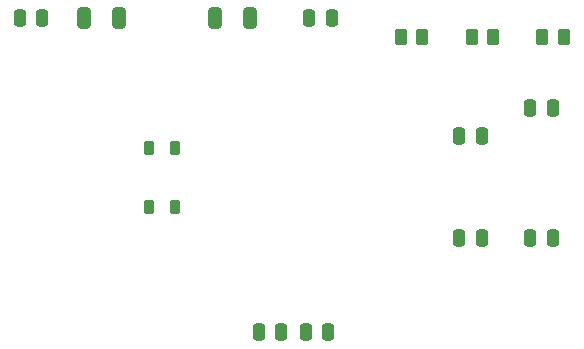
<source format=gbp>
%TF.GenerationSoftware,KiCad,Pcbnew,9.0.7*%
%TF.CreationDate,2026-02-04T14:07:26-06:00*%
%TF.ProjectId,can-hat,63616e2d-6861-4742-9e6b-696361645f70,rev?*%
%TF.SameCoordinates,Original*%
%TF.FileFunction,Paste,Bot*%
%TF.FilePolarity,Positive*%
%FSLAX46Y46*%
G04 Gerber Fmt 4.6, Leading zero omitted, Abs format (unit mm)*
G04 Created by KiCad (PCBNEW 9.0.7) date 2026-02-04 14:07:26*
%MOMM*%
%LPD*%
G01*
G04 APERTURE LIST*
G04 Aperture macros list*
%AMRoundRect*
0 Rectangle with rounded corners*
0 $1 Rounding radius*
0 $2 $3 $4 $5 $6 $7 $8 $9 X,Y pos of 4 corners*
0 Add a 4 corners polygon primitive as box body*
4,1,4,$2,$3,$4,$5,$6,$7,$8,$9,$2,$3,0*
0 Add four circle primitives for the rounded corners*
1,1,$1+$1,$2,$3*
1,1,$1+$1,$4,$5*
1,1,$1+$1,$6,$7*
1,1,$1+$1,$8,$9*
0 Add four rect primitives between the rounded corners*
20,1,$1+$1,$2,$3,$4,$5,0*
20,1,$1+$1,$4,$5,$6,$7,0*
20,1,$1+$1,$6,$7,$8,$9,0*
20,1,$1+$1,$8,$9,$2,$3,0*%
G04 Aperture macros list end*
%ADD10RoundRect,0.250000X-0.250000X-0.475000X0.250000X-0.475000X0.250000X0.475000X-0.250000X0.475000X0*%
%ADD11RoundRect,0.250000X-0.262500X-0.450000X0.262500X-0.450000X0.262500X0.450000X-0.262500X0.450000X0*%
%ADD12RoundRect,0.250000X-0.325000X-0.650000X0.325000X-0.650000X0.325000X0.650000X-0.325000X0.650000X0*%
%ADD13RoundRect,0.218750X-0.218750X-0.381250X0.218750X-0.381250X0.218750X0.381250X-0.218750X0.381250X0*%
G04 APERTURE END LIST*
D10*
%TO.C,C6*%
X147735000Y-75570000D03*
X149635000Y-75570000D03*
%TD*%
%TO.C,C5*%
X143735000Y-75570000D03*
X145635000Y-75570000D03*
%TD*%
D11*
%TO.C,R2*%
X155772500Y-50570000D03*
X157597500Y-50570000D03*
%TD*%
D12*
%TO.C,C4*%
X140025000Y-49000000D03*
X142975000Y-49000000D03*
%TD*%
D10*
%TO.C,C8*%
X160735000Y-59000000D03*
X162635000Y-59000000D03*
%TD*%
D13*
%TO.C,L1*%
X134500000Y-60000000D03*
X136625000Y-60000000D03*
%TD*%
%TO.C,L2*%
X134500000Y-65000000D03*
X136625000Y-65000000D03*
%TD*%
D10*
%TO.C,C9*%
X166735000Y-56570000D03*
X168635000Y-56570000D03*
%TD*%
D11*
%TO.C,R3*%
X161772500Y-50570000D03*
X163597500Y-50570000D03*
%TD*%
D10*
%TO.C,C1*%
X123525000Y-49000000D03*
X125425000Y-49000000D03*
%TD*%
%TO.C,C11*%
X166735000Y-67570000D03*
X168635000Y-67570000D03*
%TD*%
%TO.C,C10*%
X160735000Y-67570000D03*
X162635000Y-67570000D03*
%TD*%
D12*
%TO.C,C3*%
X129000000Y-49000000D03*
X131950000Y-49000000D03*
%TD*%
D11*
%TO.C,R6*%
X167772500Y-50570000D03*
X169597500Y-50570000D03*
%TD*%
D10*
%TO.C,C7*%
X148050000Y-49000000D03*
X149950000Y-49000000D03*
%TD*%
M02*

</source>
